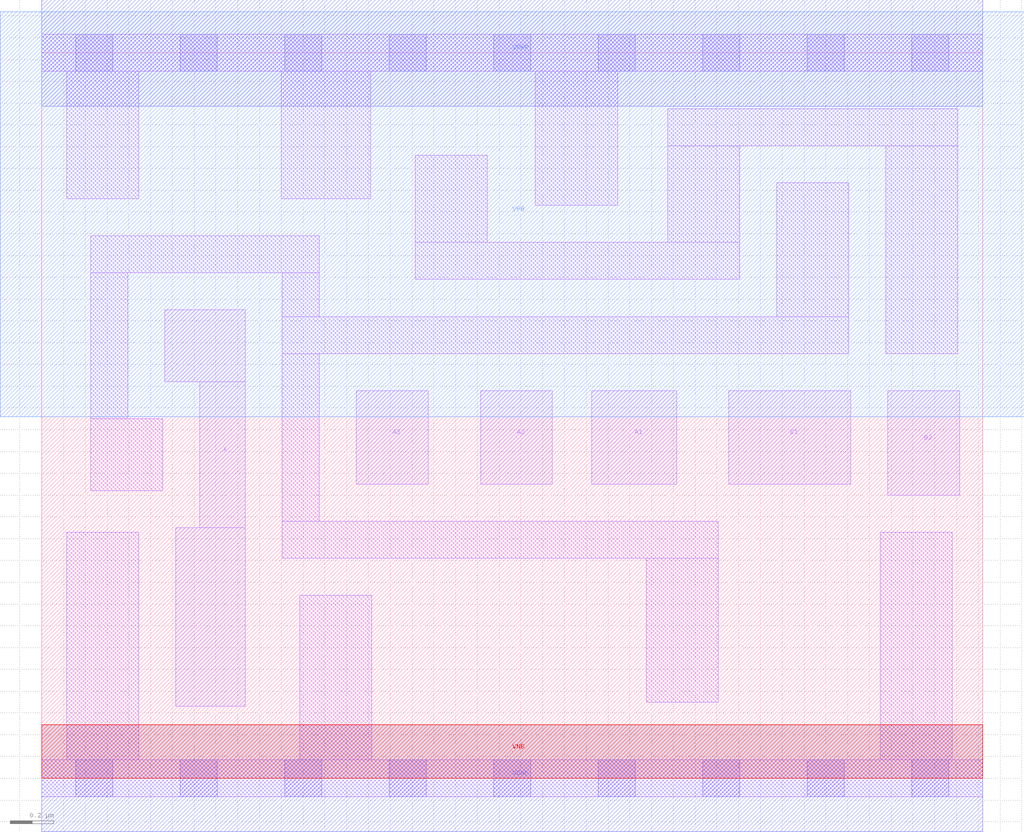
<source format=lef>
# Copyright 2020 The SkyWater PDK Authors
#
# Licensed under the Apache License, Version 2.0 (the "License");
# you may not use this file except in compliance with the License.
# You may obtain a copy of the License at
#
#     https://www.apache.org/licenses/LICENSE-2.0
#
# Unless required by applicable law or agreed to in writing, software
# distributed under the License is distributed on an "AS IS" BASIS,
# WITHOUT WARRANTIES OR CONDITIONS OF ANY KIND, either express or implied.
# See the License for the specific language governing permissions and
# limitations under the License.
#
# SPDX-License-Identifier: Apache-2.0

VERSION 5.7 ;
  NOWIREEXTENSIONATPIN ON ;
  DIVIDERCHAR "/" ;
  BUSBITCHARS "[]" ;
MACRO sky130_fd_sc_ls__a32o_2
  CLASS CORE ;
  FOREIGN sky130_fd_sc_ls__a32o_2 ;
  ORIGIN  0.000000  0.000000 ;
  SIZE  4.320000 BY  3.330000 ;
  SYMMETRY X Y ;
  SITE unit ;
  PIN A1
    ANTENNAGATEAREA  0.261000 ;
    DIRECTION INPUT ;
    USE SIGNAL ;
    PORT
      LAYER li1 ;
        RECT 2.525000 1.350000 2.915000 1.780000 ;
    END
  END A1
  PIN A2
    ANTENNAGATEAREA  0.261000 ;
    DIRECTION INPUT ;
    USE SIGNAL ;
    PORT
      LAYER li1 ;
        RECT 2.015000 1.350000 2.345000 1.780000 ;
    END
  END A2
  PIN A3
    ANTENNAGATEAREA  0.261000 ;
    DIRECTION INPUT ;
    USE SIGNAL ;
    PORT
      LAYER li1 ;
        RECT 1.445000 1.350000 1.775000 1.780000 ;
    END
  END A3
  PIN B1
    ANTENNAGATEAREA  0.261000 ;
    DIRECTION INPUT ;
    USE SIGNAL ;
    PORT
      LAYER li1 ;
        RECT 3.155000 1.350000 3.715000 1.780000 ;
    END
  END B1
  PIN B2
    ANTENNAGATEAREA  0.261000 ;
    DIRECTION INPUT ;
    USE SIGNAL ;
    PORT
      LAYER li1 ;
        RECT 3.885000 1.300000 4.215000 1.780000 ;
    END
  END B2
  PIN X
    ANTENNADIFFAREA  0.550600 ;
    DIRECTION OUTPUT ;
    USE SIGNAL ;
    PORT
      LAYER li1 ;
        RECT 0.565000 1.820000 0.935000 2.150000 ;
        RECT 0.615000 0.330000 0.935000 1.150000 ;
        RECT 0.725000 1.150000 0.935000 1.820000 ;
    END
  END X
  PIN VGND
    DIRECTION INOUT ;
    SHAPE ABUTMENT ;
    USE GROUND ;
    PORT
      LAYER met1 ;
        RECT 0.000000 -0.245000 4.320000 0.245000 ;
    END
  END VGND
  PIN VNB
    DIRECTION INOUT ;
    USE GROUND ;
    PORT
      LAYER pwell ;
        RECT 0.000000 0.000000 4.320000 0.245000 ;
    END
  END VNB
  PIN VPB
    DIRECTION INOUT ;
    USE POWER ;
    PORT
      LAYER nwell ;
        RECT -0.190000 1.660000 4.510000 3.520000 ;
    END
  END VPB
  PIN VPWR
    DIRECTION INOUT ;
    SHAPE ABUTMENT ;
    USE POWER ;
    PORT
      LAYER met1 ;
        RECT 0.000000 3.085000 4.320000 3.575000 ;
    END
  END VPWR
  OBS
    LAYER li1 ;
      RECT 0.000000 -0.085000 4.320000 0.085000 ;
      RECT 0.000000  3.245000 4.320000 3.415000 ;
      RECT 0.115000  0.085000 0.445000 1.130000 ;
      RECT 0.115000  2.660000 0.445000 3.245000 ;
      RECT 0.225000  1.320000 0.555000 1.650000 ;
      RECT 0.225000  1.650000 0.395000 2.320000 ;
      RECT 0.225000  2.320000 1.275000 2.490000 ;
      RECT 1.100000  2.660000 1.510000 3.245000 ;
      RECT 1.105000  1.010000 3.105000 1.180000 ;
      RECT 1.105000  1.180000 1.275000 1.950000 ;
      RECT 1.105000  1.950000 3.705000 2.120000 ;
      RECT 1.105000  2.120000 1.275000 2.320000 ;
      RECT 1.185000  0.085000 1.515000 0.840000 ;
      RECT 1.715000  2.290000 3.205000 2.460000 ;
      RECT 1.715000  2.460000 2.045000 2.860000 ;
      RECT 2.265000  2.630000 2.645000 3.245000 ;
      RECT 2.775000  0.350000 3.105000 1.010000 ;
      RECT 2.875000  2.460000 3.205000 2.905000 ;
      RECT 2.875000  2.905000 4.205000 3.075000 ;
      RECT 3.375000  2.120000 3.705000 2.735000 ;
      RECT 3.850000  0.085000 4.180000 1.130000 ;
      RECT 3.875000  1.950000 4.205000 2.905000 ;
    LAYER mcon ;
      RECT 0.155000 -0.085000 0.325000 0.085000 ;
      RECT 0.155000  3.245000 0.325000 3.415000 ;
      RECT 0.635000 -0.085000 0.805000 0.085000 ;
      RECT 0.635000  3.245000 0.805000 3.415000 ;
      RECT 1.115000 -0.085000 1.285000 0.085000 ;
      RECT 1.115000  3.245000 1.285000 3.415000 ;
      RECT 1.595000 -0.085000 1.765000 0.085000 ;
      RECT 1.595000  3.245000 1.765000 3.415000 ;
      RECT 2.075000 -0.085000 2.245000 0.085000 ;
      RECT 2.075000  3.245000 2.245000 3.415000 ;
      RECT 2.555000 -0.085000 2.725000 0.085000 ;
      RECT 2.555000  3.245000 2.725000 3.415000 ;
      RECT 3.035000 -0.085000 3.205000 0.085000 ;
      RECT 3.035000  3.245000 3.205000 3.415000 ;
      RECT 3.515000 -0.085000 3.685000 0.085000 ;
      RECT 3.515000  3.245000 3.685000 3.415000 ;
      RECT 3.995000 -0.085000 4.165000 0.085000 ;
      RECT 3.995000  3.245000 4.165000 3.415000 ;
  END
END sky130_fd_sc_ls__a32o_2
END LIBRARY

</source>
